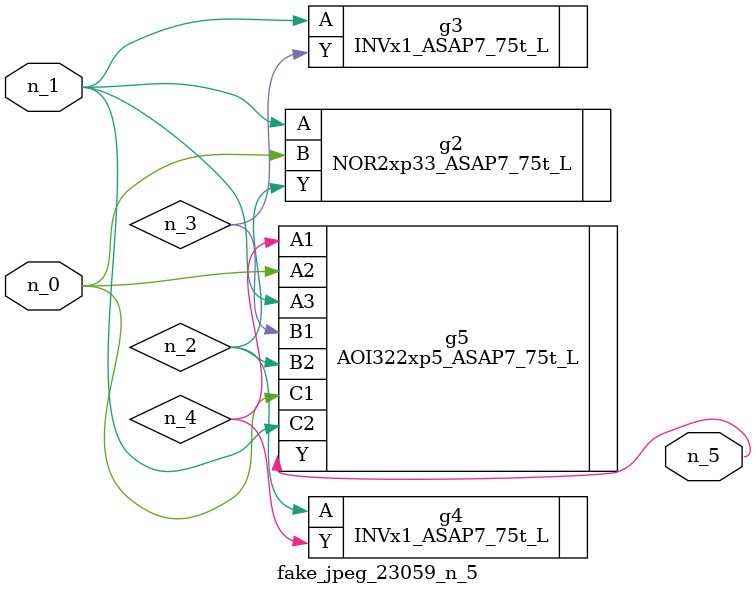
<source format=v>
module fake_jpeg_23059_n_5 (n_0, n_1, n_5);

input n_0;
input n_1;

output n_5;

wire n_3;
wire n_2;
wire n_4;

NOR2xp33_ASAP7_75t_L g2 ( 
.A(n_1),
.B(n_0),
.Y(n_2)
);

INVx1_ASAP7_75t_L g3 ( 
.A(n_1),
.Y(n_3)
);

INVx1_ASAP7_75t_L g4 ( 
.A(n_2),
.Y(n_4)
);

AOI322xp5_ASAP7_75t_L g5 ( 
.A1(n_4),
.A2(n_0),
.A3(n_1),
.B1(n_3),
.B2(n_2),
.C1(n_0),
.C2(n_1),
.Y(n_5)
);


endmodule
</source>
